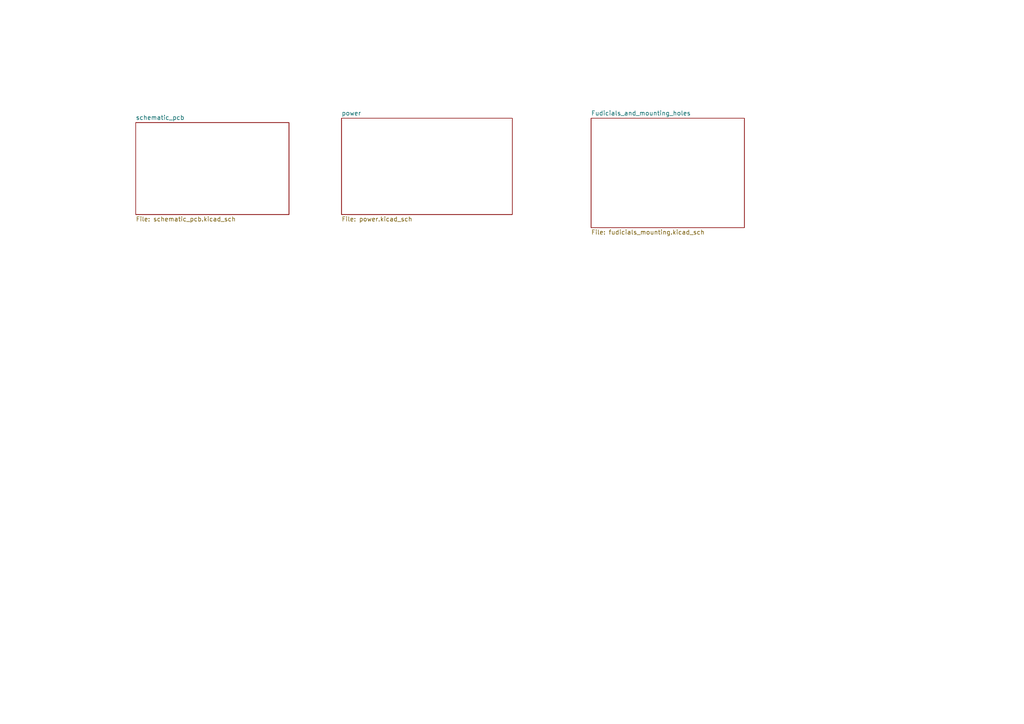
<source format=kicad_sch>
(kicad_sch
	(version 20250114)
	(generator "eeschema")
	(generator_version "9.0")
	(uuid "3453c462-cbd7-41d9-83b6-547f4a6c68c9")
	(paper "A4")
	(title_block
		(title "BJT_Astable_Multibrator_PCB")
		(date "2025-10-31")
		(company "Pilolo")
		(comment 1 "Building oscillators ofr testing")
	)
	(lib_symbols)
	(sheet
		(at 99.06 34.29)
		(size 49.53 27.94)
		(exclude_from_sim no)
		(in_bom yes)
		(on_board yes)
		(dnp no)
		(fields_autoplaced yes)
		(stroke
			(width 0.1524)
			(type solid)
		)
		(fill
			(color 0 0 0 0.0000)
		)
		(uuid "479f507a-2d26-4987-b8a1-3fc699ae44a3")
		(property "Sheetname" "power"
			(at 99.06 33.5784 0)
			(effects
				(font
					(size 1.27 1.27)
				)
				(justify left bottom)
			)
		)
		(property "Sheetfile" "power.kicad_sch"
			(at 99.06 62.8146 0)
			(effects
				(font
					(size 1.27 1.27)
				)
				(justify left top)
			)
		)
		(instances
			(project "BJT_Astable_Multivibrator_PCB"
				(path "/3453c462-cbd7-41d9-83b6-547f4a6c68c9"
					(page "3")
				)
			)
		)
	)
	(sheet
		(at 39.37 35.56)
		(size 44.45 26.67)
		(exclude_from_sim no)
		(in_bom yes)
		(on_board yes)
		(dnp no)
		(fields_autoplaced yes)
		(stroke
			(width 0.1524)
			(type solid)
		)
		(fill
			(color 0 0 0 0.0000)
		)
		(uuid "a4b79f48-b6a8-4b41-aa3a-559a15d20e18")
		(property "Sheetname" "schematic_pcb"
			(at 39.37 34.8484 0)
			(effects
				(font
					(size 1.27 1.27)
				)
				(justify left bottom)
			)
		)
		(property "Sheetfile" "schematic_pcb.kicad_sch"
			(at 39.37 62.8146 0)
			(effects
				(font
					(size 1.27 1.27)
				)
				(justify left top)
			)
		)
		(instances
			(project "BJT_Astable_Multivibrator_PCB"
				(path "/3453c462-cbd7-41d9-83b6-547f4a6c68c9"
					(page "2")
				)
			)
		)
	)
	(sheet
		(at 171.45 34.29)
		(size 44.45 31.75)
		(exclude_from_sim no)
		(in_bom yes)
		(on_board yes)
		(dnp no)
		(fields_autoplaced yes)
		(stroke
			(width 0.1524)
			(type solid)
		)
		(fill
			(color 0 0 0 0.0000)
		)
		(uuid "c2f26dda-fcc1-47fd-ad89-0fcce3d81f17")
		(property "Sheetname" "Fudicials_and_mounting_holes"
			(at 171.45 33.5784 0)
			(effects
				(font
					(size 1.27 1.27)
				)
				(justify left bottom)
			)
		)
		(property "Sheetfile" "fudicials_mounting.kicad_sch"
			(at 171.45 66.6246 0)
			(effects
				(font
					(size 1.27 1.27)
				)
				(justify left top)
			)
		)
		(instances
			(project "BJT_Astable_Multivibrator_PCB"
				(path "/3453c462-cbd7-41d9-83b6-547f4a6c68c9"
					(page "4")
				)
			)
		)
	)
	(sheet_instances
		(path "/"
			(page "1")
		)
	)
	(embedded_fonts no)
)

</source>
